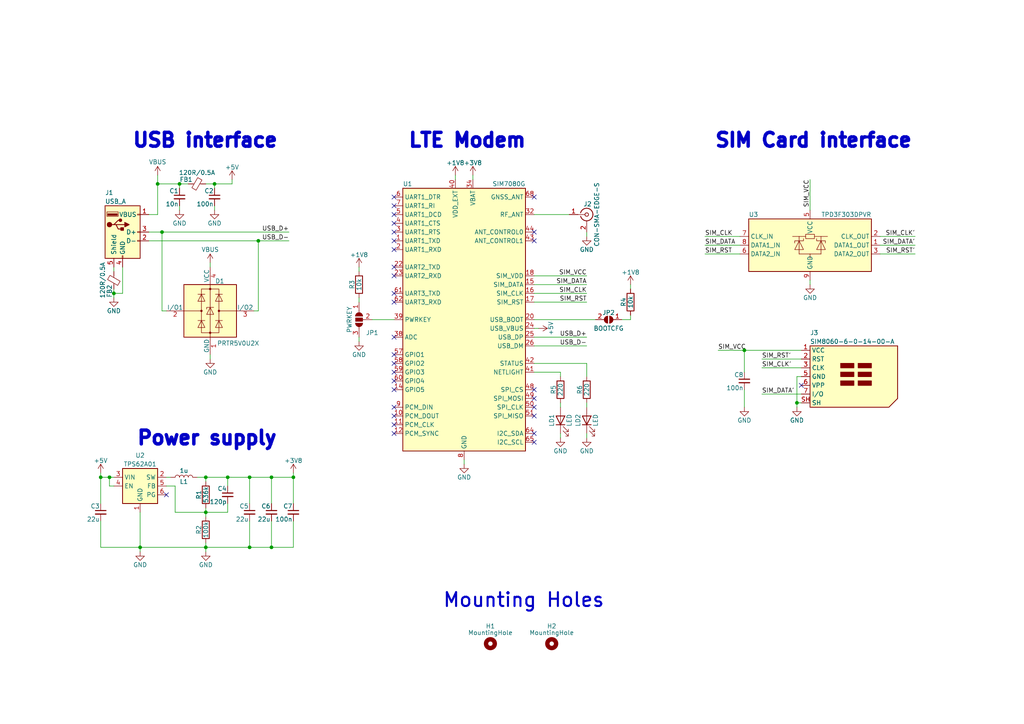
<source format=kicad_sch>
(kicad_sch (version 20211123) (generator eeschema)
  (paper "A4")
  (title_block (title "LTE-M Dongle") (date "2023-06-27") (rev "B") (company "Aurelien Jarno <aurelien@aurel32.net>") (comment 1 "Licence: CC-BY SA 4.0"))
  (lib_symbols
    (symbol "Connector:Conn_Coaxial" (pin_names (offset 1.016) hide)
      (property "Reference" "J" (at 0.254 3.048 0))
      (property "Value" "Conn_Coaxial" (at 2.921 0 90))
      (symbol "Conn_Coaxial_0_1"
        (arc (start -1.778 -0.508) (mid 0.2311 -1.8066) (end 1.778 0) (stroke (width 0.254)))
        (polyline (pts (xy -2.54 0) (xy -0.508 0)))
        (polyline (pts (xy 0 -2.54) (xy 0 -1.778)))
        (circle (center 0 0) (radius 0.508) (stroke (width 0.2032)))
        (arc (start 1.778 0) (mid 0.2099 1.8101) (end -1.778 0.508) (stroke (width 0.254)))
      )
      (symbol "Conn_Coaxial_1_1"
        (pin passive line (at -5.08 0 0) (length 2.54) (name "In") (number "1"))
        (pin passive line (at 0 -5.08 90) (length 2.54) (name "Ext") (number "2"))
      )
    )
    (symbol "Connector:SIM_Card_Shielded"
      (property "Reference" "J" (at -2.54 12.7 0))
      (property "Value" "SIM_Card_Shielded" (at -1.27 10.16 0))
      (symbol "SIM_Card_Shielded_0_1"
        (rectangle (start -1.27 -2.54) (end 2.54 -1.27) (stroke (width 0.254)) (fill (type outline)))
        (rectangle (start -1.27 0) (end 2.54 1.27) (stroke (width 0.254)) (fill (type outline)))
        (rectangle (start -1.27 2.54) (end 2.54 3.81) (stroke (width 0.254)) (fill (type outline)))
        (polyline (pts (xy -10.16 8.89) (xy -10.16 -8.89) (xy 12.7 -8.89) (xy 15.24 -6.35) (xy 15.24 8.89) (xy -10.16 8.89)) (stroke (width 0.254)) (fill (type background)))
        (rectangle (start 3.81 -1.27) (end 7.62 -2.54) (stroke (width 0.254)) (fill (type outline)))
        (rectangle (start 3.81 0) (end 7.62 1.27) (stroke (width 0.254)) (fill (type outline)))
        (rectangle (start 3.81 2.54) (end 7.62 3.81) (stroke (width 0.254)) (fill (type outline)))
      )
      (symbol "SIM_Card_Shielded_1_1"
        (pin power_in line (at -12.7 7.62 0) (length 2.54) (name "VCC") (number "1"))
        (pin input line (at -12.7 5.08 0) (length 2.54) (name "RST") (number "2"))
        (pin input line (at -12.7 2.54 0) (length 2.54) (name "CLK") (number "3"))
        (pin power_in line (at -12.7 0 0) (length 2.54) (name "GND") (number "5"))
        (pin input line (at -12.7 -2.54 0) (length 2.54) (name "VPP") (number "6"))
        (pin bidirectional line (at -12.7 -5.08 0) (length 2.54) (name "I/O") (number "7"))
        (pin passive line (at -12.7 -7.62 0) (length 2.54) (name "SH") (number "SH"))
      )
    )
    (symbol "Connector:USB_A" (pin_names (offset 1.016))
      (property "Reference" "J" (at -5.08 11.43 0))
      (property "Value" "USB_A" (at -5.08 8.89 0))
      (symbol "USB_A_0_1"
        (rectangle (start -5.08 -7.62) (end 5.08 7.62) (stroke (width 0.254)) (fill (type background)))
        (circle (center -3.81 2.159) (radius 0.635) (stroke (width 0.254)) (fill (type outline)))
        (rectangle (start -1.524 4.826) (end -4.318 5.334) (fill (type outline)))
        (rectangle (start -1.27 4.572) (end -4.572 5.842))
        (circle (center -0.635 3.429) (radius 0.381) (stroke (width 0.254)) (fill (type outline)))
        (rectangle (start -0.127 -7.62) (end 0.127 -6.858))
        (polyline (pts (xy -3.175 2.159) (xy -2.54 2.159) (xy -1.27 3.429) (xy -0.635 3.429)) (stroke (width 0.254)))
        (polyline (pts (xy -2.54 2.159) (xy -1.905 2.159) (xy -1.27 0.889) (xy 0 0.889)) (stroke (width 0.254)))
        (polyline (pts (xy 0.635 2.794) (xy 0.635 1.524) (xy 1.905 2.159) (xy 0.635 2.794)) (stroke (width 0.254)) (fill (type outline)))
        (rectangle (start 0.254 1.27) (end -0.508 0.508) (stroke (width 0.254)) (fill (type outline)))
        (rectangle (start 5.08 -2.667) (end 4.318 -2.413))
        (rectangle (start 5.08 -0.127) (end 4.318 0.127))
        (rectangle (start 5.08 4.953) (end 4.318 5.207))
      )
      (symbol "USB_A_1_1"
        (polyline (pts (xy -1.905 2.159) (xy 0.635 2.159)) (stroke (width 0.254)))
        (pin power_in line (at 7.62 5.08 180) (length 2.54) (name "VBUS") (number "1"))
        (pin bidirectional line (at 7.62 -2.54 180) (length 2.54) (name "D-") (number "2"))
        (pin bidirectional line (at 7.62 0 180) (length 2.54) (name "D+") (number "3"))
        (pin power_in line (at 0 -10.16 90) (length 2.54) (name "GND") (number "4"))
        (pin passive line (at -2.54 -10.16 90) (length 2.54) (name "Shield") (number "5"))
      )
    )
    (symbol "Device:C_Small" (pin_numbers hide) (pin_names (offset 0.254) hide)
      (property "Reference" "C" (at 0.254 1.778 0))
      (property "Value" "C_Small" (at 0.254 -2.032 0))
      (symbol "C_Small_0_1"
        (polyline (pts (xy -1.524 -0.508) (xy 1.524 -0.508)) (stroke (width 0.3302)))
        (polyline (pts (xy -1.524 0.508) (xy 1.524 0.508)) (stroke (width 0.3048)))
      )
      (symbol "C_Small_1_1"
        (pin passive line (at 0 2.54 270) (length 2.032) (name "~") (number "1"))
        (pin passive line (at 0 -2.54 90) (length 2.032) (name "~") (number "2"))
      )
    )
    (symbol "Device:FerriteBead_Small" (pin_numbers hide) (pin_names (offset 0))
      (property "Reference" "FB" (at 1.905 1.27 0))
      (property "Value" "FerriteBead_Small" (at 1.905 -1.27 0))
      (symbol "FerriteBead_Small_0_1"
        (polyline (pts (xy 0 -1.27) (xy 0 -0.7874)))
        (polyline (pts (xy 0 0.889) (xy 0 1.2954)))
        (polyline (pts (xy -1.8288 0.2794) (xy -1.1176 1.4986) (xy 1.8288 -0.2032) (xy 1.1176 -1.4224) (xy -1.8288 0.2794)))
      )
      (symbol "FerriteBead_Small_1_1"
        (pin passive line (at 0 2.54 270) (length 1.27) (name "~") (number "1"))
        (pin passive line (at 0 -2.54 90) (length 1.27) (name "~") (number "2"))
      )
    )
    (symbol "Device:L" (pin_numbers hide) (pin_names (offset 1.016) hide)
      (property "Reference" "L" (at -1.27 0 90))
      (property "Value" "L" (at 1.905 0 90))
      (symbol "L_0_1"
        (arc (start 0 -2.54) (mid 0.635 -1.905) (end 0 -1.27))
        (arc (start 0 -1.27) (mid 0.635 -0.635) (end 0 0))
        (arc (start 0 0) (mid 0.635 0.635) (end 0 1.27))
        (arc (start 0 1.27) (mid 0.635 1.905) (end 0 2.54))
      )
      (symbol "L_1_1"
        (pin passive line (at 0 3.81 270) (length 1.27) (name "1") (number "1"))
        (pin passive line (at 0 -3.81 90) (length 1.27) (name "2") (number "2"))
      )
    )
    (symbol "Device:LED" (pin_numbers hide) (pin_names (offset 1.016) hide)
      (property "Reference" "D" (at 0 2.54 0))
      (property "Value" "LED" (at 0 -2.54 0))
      (symbol "LED_0_1"
        (polyline (pts (xy -1.27 -1.27) (xy -1.27 1.27)) (stroke (width 0.254)))
        (polyline (pts (xy -1.27 0) (xy 1.27 0)))
        (polyline (pts (xy 1.27 -1.27) (xy 1.27 1.27) (xy -1.27 0) (xy 1.27 -1.27)) (stroke (width 0.254)))
        (polyline (pts (xy -3.048 -0.762) (xy -4.572 -2.286) (xy -3.81 -2.286) (xy -4.572 -2.286) (xy -4.572 -1.524)))
        (polyline (pts (xy -1.778 -0.762) (xy -3.302 -2.286) (xy -2.54 -2.286) (xy -3.302 -2.286) (xy -3.302 -1.524)))
      )
      (symbol "LED_1_1"
        (pin passive line (at -3.81 0 0) (length 2.54) (name "K") (number "1"))
        (pin passive line (at 3.81 0 180) (length 2.54) (name "A") (number "2"))
      )
    )
    (symbol "Device:R" (pin_numbers hide) (pin_names (offset 0))
      (property "Reference" "R" (at 2.032 0 90))
      (property "Value" "R" (at 0 0 90))
      (symbol "R_0_1"
        (rectangle (start -1.016 -2.54) (end 1.016 2.54) (stroke (width 0.254)))
      )
      (symbol "R_1_1"
        (pin passive line (at 0 3.81 270) (length 1.27) (name "~") (number "1"))
        (pin passive line (at 0 -3.81 90) (length 1.27) (name "~") (number "2"))
      )
    )
    (symbol "Jumper:SolderJumper_2_Open" (pin_names (offset 0) hide)
      (property "Reference" "JP" (at 0 2.032 0))
      (property "Value" "SolderJumper_2_Open" (at 0 -2.54 0))
      (symbol "SolderJumper_2_Open_0_1"
        (arc (start -0.254 1.016) (mid -1.27 0) (end -0.254 -1.016))
        (arc (start -0.254 1.016) (mid -1.27 0) (end -0.254 -1.016) (fill (type outline)))
        (polyline (pts (xy -0.254 1.016) (xy -0.254 -1.016)))
        (polyline (pts (xy 0.254 1.016) (xy 0.254 -1.016)))
        (arc (start 0.254 -1.016) (mid 1.27 0) (end 0.254 1.016))
        (arc (start 0.254 -1.016) (mid 1.27 0) (end 0.254 1.016) (fill (type outline)))
      )
      (symbol "SolderJumper_2_Open_1_1"
        (pin passive line (at -3.81 0 0) (length 2.54) (name "A") (number "1"))
        (pin passive line (at 3.81 0 180) (length 2.54) (name "B") (number "2"))
      )
    )
    (symbol "Jumper:SolderJumper_3_Open" (pin_names (offset 0) hide)
      (property "Reference" "JP" (at -2.54 -2.54 0))
      (property "Value" "SolderJumper_3_Open" (at 0 2.794 0))
      (symbol "SolderJumper_3_Open_0_1"
        (arc (start -1.016 1.016) (mid -2.032 0) (end -1.016 -1.016))
        (arc (start -1.016 1.016) (mid -2.032 0) (end -1.016 -1.016) (fill (type outline)))
        (rectangle (start -0.508 1.016) (end 0.508 -1.016) (fill (type outline)))
        (polyline (pts (xy -2.54 0) (xy -2.032 0)))
        (polyline (pts (xy -1.016 1.016) (xy -1.016 -1.016)))
        (polyline (pts (xy 0 -1.27) (xy 0 -1.016)))
        (polyline (pts (xy 1.016 1.016) (xy 1.016 -1.016)))
        (polyline (pts (xy 2.54 0) (xy 2.032 0)))
        (arc (start 1.016 -1.016) (mid 2.032 0) (end 1.016 1.016))
        (arc (start 1.016 -1.016) (mid 2.032 0) (end 1.016 1.016) (fill (type outline)))
      )
      (symbol "SolderJumper_3_Open_1_1"
        (pin passive line (at -5.08 0 0) (length 2.54) (name "A") (number "1"))
        (pin passive line (at 0 -3.81 90) (length 2.54) (name "C") (number "2"))
        (pin passive line (at 5.08 0 180) (length 2.54) (name "B") (number "3"))
      )
    )
    (symbol "Mechanical:MountingHole" (pin_names (offset 1.016))
      (property "Reference" "H" (at 0 5.08 0))
      (property "Value" "MountingHole" (at 0 3.175 0))
      (symbol "MountingHole_0_1"
        (circle (center 0 0) (radius 1.27) (stroke (width 1.27)))
      )
    )
    (symbol "Power_Protection:PRTR5V0U2X" (pin_names (offset 0))
      (property "Reference" "D" (at 2.794 8.636 0))
      (property "Value" "PRTR5V0U2X" (at 8.128 -9.398 0))
      (symbol "PRTR5V0U2X_0_1"
        (rectangle (start -7.62 -7.62) (end 7.62 7.62) (stroke (width 0.254)) (fill (type background)))
        (circle (center -2.54 0) (radius 0.254) (fill (type outline)))
        (rectangle (start -2.54 6.35) (end 2.54 -6.35))
        (circle (center 0 -6.35) (radius 0.254) (fill (type outline)))
        (polyline (pts (xy -2.54 0) (xy -7.62 0)))
        (polyline (pts (xy -1.524 -2.794) (xy -3.556 -2.794)))
        (polyline (pts (xy -1.524 4.826) (xy -3.556 4.826)))
        (polyline (pts (xy 0 -7.62) (xy 0 7.62)))
        (polyline (pts (xy 1.524 -2.794) (xy 3.556 -2.794)))
        (polyline (pts (xy 1.524 4.826) (xy 3.556 4.826)))
        (polyline (pts (xy 2.54 0) (xy 7.62 0)))
        (polyline (pts (xy 1.016 1.016) (xy -1.016 1.016) (xy -1.016 0.508)))
        (polyline (pts (xy -3.556 -4.826) (xy -1.524 -4.826) (xy -2.54 -2.794) (xy -3.556 -4.826)))
        (polyline (pts (xy -3.556 2.794) (xy -1.524 2.794) (xy -2.54 4.826) (xy -3.556 2.794)))
        (polyline (pts (xy -1.016 -1.016) (xy 1.016 -1.016) (xy 0 1.016) (xy -1.016 -1.016)))
        (polyline (pts (xy 3.556 -4.826) (xy 1.524 -4.826) (xy 2.54 -2.794) (xy 3.556 -4.826)))
        (polyline (pts (xy 3.556 2.794) (xy 1.524 2.794) (xy 2.54 4.826) (xy 3.556 2.794)))
        (circle (center 0 6.35) (radius 0.254) (fill (type outline)))
        (circle (center 2.54 0) (radius 0.254) (fill (type outline)))
      )
      (symbol "PRTR5V0U2X_1_1"
        (pin passive line (at 0 -12.7 90) (length 5.08) (name "GND") (number "1"))
        (pin passive line (at -12.7 0 0) (length 5.08) (name "I/O1") (number "2"))
        (pin passive line (at 12.7 0 180) (length 5.08) (name "I/O2") (number "3"))
        (pin passive line (at 0 12.7 270) (length 5.08) (name "VCC") (number "4"))
      )
    )
    (symbol "SIM7080G:SIM7080G"
      (property "Reference" "U" (at -15.24 39.37 0))
      (property "Value" "SIM7080G" (at 15.24 39.37 0))
      (symbol "SIM7080G_0_0"
        (pin output line (at -20.32 -27.94 0) (length 2.54) (name "PCM_DOUT") (number "10"))
        (pin output line (at -20.32 -30.48 0) (length 2.54) (name "PCM_CLK") (number "11"))
        (pin output line (at -20.32 -33.02 0) (length 2.54) (name "PCM_SYNC") (number "12"))
        (pin bidirectional line (at -20.32 -20.32 0) (length 2.54) (name "GPIO5") (number "14"))
        (pin input line (at 20.32 0 180) (length 2.54) (name "USB_BOOT") (number "20"))
        (pin no_connect line (at -12.7 -40.64 90) (length 2.54) hide (name "NC") (number "29"))
        (pin bidirectional line (at 20.32 22.86 180) (length 2.54) (name "ANT_CONTROL1") (number "43"))
        (pin output line (at 20.32 25.4 180) (length 2.54) (name "ANT_CONTROL0") (number "44"))
        (pin passive line (at 0 -40.64 90) (length 2.54) hide (name "GND") (number "45"))
        (pin no_connect line (at -10.16 -40.64 90) (length 2.54) hide (name "NC") (number "46"))
        (pin no_connect line (at -7.62 -40.64 90) (length 2.54) hide (name "NC") (number "47"))
        (pin output line (at 20.32 -20.32 180) (length 2.54) (name "SPI_CS") (number "48"))
        (pin output line (at 20.32 -22.86 180) (length 2.54) (name "SPI_MOSI") (number "49"))
        (pin output line (at 20.32 -25.4 180) (length 2.54) (name "SPI_CLK") (number "50"))
        (pin input line (at 20.32 -27.94 180) (length 2.54) (name "SPI_MISO") (number "51"))
        (pin no_connect line (at -5.08 -40.64 90) (length 2.54) hide (name "NC") (number "52"))
        (pin no_connect line (at 5.08 -40.64 90) (length 2.54) hide (name "NC") (number "53"))
        (pin no_connect line (at 7.62 -40.64 90) (length 2.54) hide (name "NC") (number "54"))
        (pin no_connect line (at 10.16 -40.64 90) (length 2.54) hide (name "NC") (number "55"))
        (pin no_connect line (at 12.7 -40.64 90) (length 2.54) hide (name "NC") (number "56"))
        (pin bidirectional line (at -20.32 -12.7 0) (length 2.54) (name "GPIO2") (number "58"))
        (pin bidirectional line (at -20.32 -17.78 0) (length 2.54) (name "GPIO4") (number "60"))
        (pin output line (at -20.32 7.62 0) (length 2.54) (name "UART3_TXD") (number "61"))
        (pin input line (at -20.32 5.08 0) (length 2.54) (name "UART3_RXD") (number "62"))
        (pin passive line (at 0 -40.64 90) (length 2.54) hide (name "GND") (number "63"))
        (pin bidirectional line (at 20.32 -33.02 180) (length 2.54) (name "I2C_SDA") (number "64"))
        (pin output line (at 20.32 -35.56 180) (length 2.54) (name "I2C_SCL") (number "65"))
        (pin passive line (at 0 -40.64 90) (length 2.54) hide (name "GND") (number "66"))
        (pin passive line (at 0 -40.64 90) (length 2.54) hide (name "GND") (number "67"))
        (pin passive line (at 20.32 35.56 180) (length 2.54) (name "GNSS_ANT") (number "68"))
        (pin passive line (at 0 -40.64 90) (length 2.54) hide (name "GND") (number "69"))
        (pin passive line (at 0 -40.64 90) (length 2.54) hide (name "GND") (number "70"))
        (pin passive line (at 0 -40.64 90) (length 2.54) hide (name "GND") (number "71"))
        (pin passive line (at 0 -40.64 90) (length 2.54) hide (name "GND") (number "72"))
        (pin passive line (at 0 -40.64 90) (length 2.54) hide (name "GND") (number "73"))
        (pin passive line (at 0 -40.64 90) (length 2.54) hide (name "GND") (number "74"))
        (pin passive line (at 0 -40.64 90) (length 2.54) hide (name "GND") (number "75"))
        (pin passive line (at 0 -40.64 90) (length 2.54) hide (name "GND") (number "76"))
        (pin passive line (at 0 -40.64 90) (length 2.54) hide (name "GND") (number "77"))
        (pin input line (at -20.32 -25.4 0) (length 2.54) (name "PCM_DIN") (number "9"))
      )
      (symbol "SIM7080G_0_1"
        (rectangle (start -17.78 38.1) (end 17.78 -38.1) (stroke (width 0.254)) (fill (type background)))
      )
      (symbol "SIM7080G_1_1"
        (pin output line (at -20.32 22.86 0) (length 2.54) (name "UART1_TXD") (number "1"))
        (pin passive line (at 0 -40.64 90) (length 2.54) hide (name "GND") (number "13"))
        (pin bidirectional line (at 20.32 10.16 180) (length 2.54) (name "SIM_DATA") (number "15"))
        (pin output line (at 20.32 7.62 180) (length 2.54) (name "SIM_CLK") (number "16"))
        (pin output line (at 20.32 5.08 180) (length 2.54) (name "SIM_RST") (number "17"))
        (pin power_out line (at 20.32 12.7 180) (length 2.54) (name "SIM_VDD") (number "18"))
        (pin passive line (at 0 -40.64 90) (length 2.54) hide (name "GND") (number "19"))
        (pin input line (at -20.32 20.32 0) (length 2.54) (name "UART1_RXD") (number "2"))
        (pin passive line (at 0 -40.64 90) (length 2.54) hide (name "GND") (number "21"))
        (pin output line (at -20.32 15.24 0) (length 2.54) (name "UART2_TXD") (number "22"))
        (pin input line (at -20.32 12.7 0) (length 2.54) (name "UART2_RXD") (number "23"))
        (pin input line (at 20.32 -2.54 180) (length 2.54) (name "USB_VBUS") (number "24"))
        (pin bidirectional line (at 20.32 -5.08 180) (length 2.54) (name "USB_DP") (number "25"))
        (pin bidirectional line (at 20.32 -7.62 180) (length 2.54) (name "USB_DM") (number "26"))
        (pin passive line (at 0 -40.64 90) (length 2.54) hide (name "GND") (number "27"))
        (pin no_connect line (at -15.24 -40.64 90) (length 2.54) hide (name "NC") (number "28"))
        (pin input line (at -20.32 25.4 0) (length 2.54) (name "UART1_RTS") (number "3"))
        (pin passive line (at 0 -40.64 90) (length 2.54) hide (name "GND") (number "30"))
        (pin passive line (at 0 -40.64 90) (length 2.54) hide (name "GND") (number "31"))
        (pin passive line (at 20.32 30.48 180) (length 2.54) (name "RF_ANT") (number "32"))
        (pin passive line (at 0 -40.64 90) (length 2.54) hide (name "GND") (number "33"))
        (pin power_in line (at 2.54 40.64 270) (length 2.54) (name "VBAT") (number "34"))
        (pin passive line (at 2.54 40.64 270) (length 2.54) hide (name "VBAT") (number "35"))
        (pin passive line (at 0 -40.64 90) (length 2.54) hide (name "GND") (number "36"))
        (pin passive line (at 0 -40.64 90) (length 2.54) hide (name "GND") (number "37"))
        (pin input line (at -20.32 -5.08 0) (length 2.54) (name "ADC") (number "38"))
        (pin input line (at -20.32 0 0) (length 2.54) (name "PWRKEY") (number "39"))
        (pin output line (at -20.32 27.94 0) (length 2.54) (name "UART1_CTS") (number "4"))
        (pin power_out line (at -2.54 40.64 270) (length 2.54) (name "VDD_EXT") (number "40"))
        (pin output line (at 20.32 -15.24 180) (length 2.54) (name "NETLIGHT") (number "41"))
        (pin output line (at 20.32 -12.7 180) (length 2.54) (name "STATUS") (number "42"))
        (pin output line (at -20.32 30.48 0) (length 2.54) (name "UART1_DCD") (number "5"))
        (pin bidirectional line (at -20.32 -10.16 0) (length 2.54) (name "GPIO1") (number "57"))
        (pin bidirectional line (at -20.32 -15.24 0) (length 2.54) (name "GPIO3") (number "59"))
        (pin input line (at -20.32 35.56 0) (length 2.54) (name "UART1_DTR") (number "6"))
        (pin output line (at -20.32 33.02 0) (length 2.54) (name "UART1_RI") (number "7"))
        (pin power_in line (at 0 -40.64 90) (length 2.54) (name "GND") (number "8"))
      )
    )
    (symbol "TPD3F303DPVR:TPD3F303DPVR"
      (property "Reference" "U?" (at 16.51 8.89 0))
      (property "Value" "TPD3F303DPVR" (at 12.7 -8.89 0))
      (symbol "TPD3F303DPVR_0_1"
        (rectangle (start -17.78 7.62) (end 17.78 -7.62) (stroke (width 0.254)) (fill (type background)))
        (polyline (pts (xy -3.175 -2.54) (xy 3.175 -2.54)))
        (polyline (pts (xy -3.175 1.27) (xy -3.175 2.54)))
        (polyline (pts (xy -1.27 2.54) (xy -5.08 2.54)))
        (polyline (pts (xy 0 -2.54) (xy 0 -3.81)))
        (polyline (pts (xy 1.27 2.54) (xy 5.08 2.54)))
        (polyline (pts (xy 3.175 1.27) (xy 3.175 2.54)))
        (polyline (pts (xy -3.175 -1.27) (xy -3.175 1.27) (xy -3.175 -2.54)))
        (polyline (pts (xy 3.175 -1.27) (xy 3.175 1.27) (xy 3.175 -2.54)))
        (polyline (pts (xy -3.175 1.27) (xy -1.905 -1.27) (xy -4.445 -1.27) (xy -3.175 1.27)))
        (polyline (pts (xy -1.905 1.905) (xy -1.905 1.27) (xy -4.445 1.27) (xy -4.445 0.635)))
        (polyline (pts (xy 1.905 1.905) (xy 1.905 1.27) (xy 4.445 1.27) (xy 4.445 0.635)))
        (polyline (pts (xy 3.175 1.27) (xy 1.905 -1.27) (xy 4.445 -1.27) (xy 3.175 1.27)))
        (polyline (pts (xy -1.27 2.54) (xy -1.27 1.905) (xy 1.27 1.905) (xy 1.27 3.175) (xy -1.27 3.175) (xy -1.27 2.54)))
      )
      (symbol "TPD3F303DPVR_1_1"
        (pin passive line (at 20.32 0 180) (length 2.54) (name "DATA1_OUT") (number "1"))
        (pin passive line (at 20.32 2.54 180) (length 2.54) (name "CLK_OUT") (number "2"))
        (pin passive line (at 20.32 -2.54 180) (length 2.54) (name "DATA2_OUT") (number "3"))
        (pin no_connect line (at 2.54 -10.16 90) (length 2.54) hide (name "NC") (number "4"))
        (pin power_in line (at 0 10.16 270) (length 2.54) (name "VCC") (number "5"))
        (pin passive line (at -20.32 -2.54 0) (length 2.54) (name "DATA2_IN") (number "6"))
        (pin passive line (at -20.32 2.54 0) (length 2.54) (name "CLK_IN") (number "7"))
        (pin passive line (at -20.32 0 0) (length 2.54) (name "DATA1_IN") (number "8"))
        (pin power_in line (at 0 -10.16 90) (length 2.54) (name "GND") (number "9"))
      )
    )
    (symbol "TPS62A01:TPS62A01"
      (property "Reference" "U" (at -5.08 6.35 0))
      (property "Value" "TPS62A01" (at 0 6.35 0))
      (symbol "TPS62A01_0_1"
        (rectangle (start -5.08 5.08) (end 5.08 -5.08) (stroke (width 0.254)) (fill (type background)))
      )
      (symbol "TPS62A01_1_1"
        (pin power_in line (at 0 -7.62 90) (length 2.54) (name "GND") (number "1"))
        (pin power_out line (at 7.62 2.54 180) (length 2.54) (name "SW") (number "2"))
        (pin power_in line (at -7.62 2.54 0) (length 2.54) (name "VIN") (number "3"))
        (pin input line (at -7.62 0 0) (length 2.54) (name "EN") (number "4"))
        (pin input line (at 7.62 0 180) (length 2.54) (name "FB") (number "5"))
        (pin open_collector line (at 7.62 -2.54 180) (length 2.54) (name "PG") (number "6"))
      )
    )
    (symbol "power:+1V8" (power) (pin_names (offset 0))
      (property "Value" "+1V8" (at 0 3.556 0))
      (symbol "+1V8_0_1"
        (polyline (pts (xy -0.762 1.27) (xy 0 2.54)))
        (polyline (pts (xy 0 0) (xy 0 2.54)))
        (polyline (pts (xy 0 2.54) (xy 0.762 1.27)))
      )
      (symbol "+1V8_1_1"
        (pin power_in line (at 0 0 90) (length 0) hide (name "+1V8") (number "1"))
      )
    )
    (symbol "power:+3V8" (power) (pin_names (offset 0))
      (property "Value" "+3V8" (at 0 3.556 0))
      (symbol "+3V8_0_1"
        (polyline (pts (xy -0.762 1.27) (xy 0 2.54)))
        (polyline (pts (xy 0 0) (xy 0 2.54)))
        (polyline (pts (xy 0 2.54) (xy 0.762 1.27)))
      )
      (symbol "+3V8_1_1"
        (pin power_in line (at 0 0 90) (length 0) hide (name "+3V8") (number "1"))
      )
    )
    (symbol "power:+5V" (power) (pin_names (offset 0))
      (property "Value" "+5V" (at 0 3.556 0))
      (symbol "+5V_0_1"
        (polyline (pts (xy -0.762 1.27) (xy 0 2.54)))
        (polyline (pts (xy 0 0) (xy 0 2.54)))
        (polyline (pts (xy 0 2.54) (xy 0.762 1.27)))
      )
      (symbol "+5V_1_1"
        (pin power_in line (at 0 0 90) (length 0) hide (name "+5V") (number "1"))
      )
    )
    (symbol "power:GND" (power) (pin_names (offset 0))
      (property "Value" "GND" (at 0 -3.81 0))
      (symbol "GND_0_1"
        (polyline (pts (xy 0 0) (xy 0 -1.27) (xy 1.27 -1.27) (xy 0 -2.54) (xy -1.27 -1.27) (xy 0 -1.27)))
      )
      (symbol "GND_1_1"
        (pin power_in line (at 0 0 270) (length 0) hide (name "GND") (number "1"))
      )
    )
    (symbol "power:VBUS" (power) (pin_names (offset 0))
      (property "Value" "VBUS" (at 0 3.81 0))
      (symbol "VBUS_0_1"
        (polyline (pts (xy -0.762 1.27) (xy 0 2.54)))
        (polyline (pts (xy 0 0) (xy 0 2.54)))
        (polyline (pts (xy 0 2.54) (xy 0.762 1.27)))
      )
      (symbol "VBUS_1_1"
        (pin power_in line (at 0 0 90) (length 0) hide (name "VBUS") (number "1"))
      )
    )
  )
  (junction (at 231.14 116.84))
  (junction (at 40.64 158.75))
  (junction (at 72.39 158.75))
  (junction (at 72.39 138.43))
  (junction (at 29.21 138.43))
  (junction (at 78.74 138.43))
  (junction (at 66.04 138.43))
  (junction (at 46.99 67.31))
  (junction (at 85.09 138.43))
  (junction (at 59.69 148.59))
  (junction (at 33.02 85.09))
  (junction (at 59.69 158.75))
  (junction (at 59.69 138.43))
  (junction (at 31.75 138.43))
  (junction (at 78.74 158.75))
  (junction (at 52.07 53.34))
  (junction (at 215.9 101.6))
  (junction (at 45.72 53.34))
  (junction (at 74.93 69.85))
  (junction (at 62.23 53.34))
  (no_connect (at 154.94 57.15))
  (no_connect (at 114.3 62.23))
  (no_connect (at 114.3 107.95))
  (no_connect (at 154.94 118.11))
  (no_connect (at 114.3 87.63))
  (no_connect (at 232.41 111.76))
  (no_connect (at 154.94 125.73))
  (no_connect (at 114.3 113.03))
  (no_connect (at 114.3 69.85))
  (no_connect (at 154.94 128.27))
  (no_connect (at 114.3 80.01))
  (no_connect (at 114.3 77.47))
  (no_connect (at 154.94 69.85))
  (no_connect (at 114.3 125.73))
  (no_connect (at 114.3 85.09))
  (no_connect (at 114.3 102.87))
  (no_connect (at 114.3 105.41))
  (no_connect (at 114.3 72.39))
  (no_connect (at 114.3 120.65))
  (no_connect (at 154.94 113.03))
  (no_connect (at 114.3 64.77))
  (no_connect (at 114.3 110.49))
  (no_connect (at 114.3 67.31))
  (no_connect (at 48.26 143.51))
  (no_connect (at 114.3 97.79))
  (no_connect (at 114.3 118.11))
  (no_connect (at 114.3 57.15))
  (no_connect (at 154.94 115.57))
  (no_connect (at 114.3 59.69))
  (no_connect (at 114.3 123.19))
  (no_connect (at 154.94 120.65))
  (no_connect (at 154.94 67.31))
  (wire (pts (xy 231.14 109.22) (xy 231.14 116.84)))
  (wire (pts (xy 33.02 140.97) (xy 31.75 140.97)))
  (wire (pts (xy 162.56 116.84) (xy 162.56 118.11)))
  (wire (pts (xy 46.99 67.31) (xy 46.99 90.17)))
  (wire (pts (xy 57.15 138.43) (xy 59.69 138.43)))
  (wire (pts (xy 78.74 158.75) (xy 85.09 158.75)))
  (wire (pts (xy 33.02 77.47) (xy 33.02 78.74)))
  (wire (pts (xy 154.94 62.23) (xy 165.1 62.23)))
  (wire (pts (xy 52.07 59.69) (xy 52.07 60.96)))
  (wire (pts (xy 215.9 113.03) (xy 215.9 118.11)))
  (wire (pts (xy 73.66 90.17) (xy 74.93 90.17)))
  (wire (pts (xy 66.04 140.97) (xy 66.04 138.43)))
  (wire (pts (xy 154.94 107.95) (xy 162.56 107.95)))
  (wire (pts (xy 78.74 138.43) (xy 85.09 138.43)))
  (wire (pts (xy 132.08 50.8) (xy 132.08 52.07)))
  (wire (pts (xy 255.27 73.66) (xy 265.43 73.66)))
  (wire (pts (xy 40.64 158.75) (xy 40.64 160.02)))
  (wire (pts (xy 204.47 73.66) (xy 214.63 73.66)))
  (wire (pts (xy 29.21 138.43) (xy 29.21 146.05)))
  (wire (pts (xy 66.04 148.59) (xy 59.69 148.59)))
  (wire (pts (xy 170.18 67.31) (xy 170.18 68.58)))
  (wire (pts (xy 215.9 101.6) (xy 215.9 107.95)))
  (wire (pts (xy 231.14 116.84) (xy 231.14 118.11)))
  (wire (pts (xy 59.69 148.59) (xy 59.69 149.86)))
  (wire (pts (xy 72.39 138.43) (xy 72.39 146.05)))
  (wire (pts (xy 29.21 151.13) (xy 29.21 158.75)))
  (wire (pts (xy 59.69 158.75) (xy 72.39 158.75)))
  (wire (pts (xy 33.02 83.82) (xy 33.02 85.09)))
  (wire (pts (xy 182.88 82.55) (xy 182.88 83.82)))
  (wire (pts (xy 35.56 77.47) (xy 35.56 85.09)))
  (wire (pts (xy 154.94 85.09) (xy 170.18 85.09)))
  (wire (pts (xy 104.14 87.63) (xy 104.14 86.36)))
  (wire (pts (xy 66.04 146.05) (xy 66.04 148.59)))
  (wire (pts (xy 170.18 125.73) (xy 170.18 127)))
  (wire (pts (xy 59.69 148.59) (xy 59.69 147.32)))
  (wire (pts (xy 50.8 148.59) (xy 59.69 148.59)))
  (wire (pts (xy 234.95 52.07) (xy 234.95 60.96)))
  (wire (pts (xy 45.72 53.34) (xy 45.72 62.23)))
  (wire (pts (xy 31.75 140.97) (xy 31.75 138.43)))
  (wire (pts (xy 215.9 101.6) (xy 232.41 101.6)))
  (wire (pts (xy 45.72 62.23) (xy 43.18 62.23)))
  (wire (pts (xy 59.69 139.7) (xy 59.69 138.43)))
  (wire (pts (xy 204.47 71.12) (xy 214.63 71.12)))
  (wire (pts (xy 170.18 116.84) (xy 170.18 118.11)))
  (wire (pts (xy 78.74 151.13) (xy 78.74 158.75)))
  (wire (pts (xy 232.41 109.22) (xy 231.14 109.22)))
  (wire (pts (xy 255.27 68.58) (xy 265.43 68.58)))
  (wire (pts (xy 52.07 53.34) (xy 45.72 53.34)))
  (wire (pts (xy 154.94 82.55) (xy 170.18 82.55)))
  (wire (pts (xy 234.95 81.28) (xy 234.95 82.55)))
  (wire (pts (xy 231.14 116.84) (xy 232.41 116.84)))
  (wire (pts (xy 182.88 91.44) (xy 182.88 92.71)))
  (wire (pts (xy 104.14 97.79) (xy 104.14 99.06)))
  (wire (pts (xy 154.94 92.71) (xy 172.72 92.71)))
  (wire (pts (xy 204.47 68.58) (xy 214.63 68.58)))
  (wire (pts (xy 62.23 53.34) (xy 62.23 54.61)))
  (wire (pts (xy 29.21 137.16) (xy 29.21 138.43)))
  (wire (pts (xy 85.09 151.13) (xy 85.09 158.75)))
  (wire (pts (xy 255.27 71.12) (xy 265.43 71.12)))
  (wire (pts (xy 162.56 107.95) (xy 162.56 109.22)))
  (wire (pts (xy 50.8 140.97) (xy 50.8 148.59)))
  (wire (pts (xy 154.94 105.41) (xy 170.18 105.41)))
  (wire (pts (xy 52.07 53.34) (xy 52.07 54.61)))
  (wire (pts (xy 220.98 114.3) (xy 232.41 114.3)))
  (wire (pts (xy 62.23 59.69) (xy 62.23 60.96)))
  (wire (pts (xy 29.21 158.75) (xy 40.64 158.75)))
  (wire (pts (xy 78.74 138.43) (xy 78.74 146.05)))
  (wire (pts (xy 33.02 85.09) (xy 35.56 85.09)))
  (wire (pts (xy 62.23 53.34) (xy 67.31 53.34)))
  (wire (pts (xy 154.94 97.79) (xy 170.18 97.79)))
  (wire (pts (xy 74.93 69.85) (xy 83.82 69.85)))
  (wire (pts (xy 85.09 137.16) (xy 85.09 138.43)))
  (wire (pts (xy 154.94 100.33) (xy 170.18 100.33)))
  (wire (pts (xy 40.64 158.75) (xy 59.69 158.75)))
  (wire (pts (xy 180.34 92.71) (xy 182.88 92.71)))
  (wire (pts (xy 43.18 67.31) (xy 46.99 67.31)))
  (wire (pts (xy 85.09 138.43) (xy 85.09 146.05)))
  (wire (pts (xy 31.75 138.43) (xy 33.02 138.43)))
  (wire (pts (xy 33.02 85.09) (xy 33.02 86.36)))
  (wire (pts (xy 154.94 95.25) (xy 156.21 95.25)))
  (wire (pts (xy 170.18 105.41) (xy 170.18 109.22)))
  (wire (pts (xy 162.56 125.73) (xy 162.56 127)))
  (wire (pts (xy 59.69 53.34) (xy 62.23 53.34)))
  (wire (pts (xy 104.14 77.47) (xy 104.14 78.74)))
  (wire (pts (xy 66.04 138.43) (xy 72.39 138.43)))
  (wire (pts (xy 59.69 160.02) (xy 59.69 158.75)))
  (wire (pts (xy 107.95 92.71) (xy 114.3 92.71)))
  (wire (pts (xy 54.61 53.34) (xy 52.07 53.34)))
  (wire (pts (xy 72.39 158.75) (xy 78.74 158.75)))
  (wire (pts (xy 134.62 133.35) (xy 134.62 134.62)))
  (wire (pts (xy 59.69 138.43) (xy 66.04 138.43)))
  (wire (pts (xy 43.18 69.85) (xy 74.93 69.85)))
  (wire (pts (xy 48.26 90.17) (xy 46.99 90.17)))
  (wire (pts (xy 154.94 87.63) (xy 170.18 87.63)))
  (wire (pts (xy 74.93 90.17) (xy 74.93 69.85)))
  (wire (pts (xy 220.98 104.14) (xy 232.41 104.14)))
  (wire (pts (xy 48.26 140.97) (xy 50.8 140.97)))
  (wire (pts (xy 29.21 138.43) (xy 31.75 138.43)))
  (wire (pts (xy 59.69 158.75) (xy 59.69 157.48)))
  (wire (pts (xy 60.96 76.2) (xy 60.96 77.47)))
  (wire (pts (xy 46.99 67.31) (xy 83.82 67.31)))
  (wire (pts (xy 67.31 52.07) (xy 67.31 53.34)))
  (wire (pts (xy 137.16 50.8) (xy 137.16 52.07)))
  (wire (pts (xy 60.96 104.14) (xy 60.96 102.87)))
  (wire (pts (xy 154.94 80.01) (xy 170.18 80.01)))
  (wire (pts (xy 45.72 50.8) (xy 45.72 53.34)))
  (wire (pts (xy 208.28 101.6) (xy 215.9 101.6)))
  (wire (pts (xy 72.39 138.43) (xy 78.74 138.43)))
  (wire (pts (xy 48.26 138.43) (xy 49.53 138.43)))
  (wire (pts (xy 40.64 148.59) (xy 40.64 158.75)))
  (wire (pts (xy 220.98 106.68) (xy 232.41 106.68)))
  (wire (pts (xy 72.39 158.75) (xy 72.39 151.13)))
  (text "SIM Card interface" (at 207.01 43.18 0) (effects (font (size 4 4) (thickness 1) bold) (justify left bottom)))
  (text "Power supply" (at 39.37 129.54 0) (effects (font (size 4 4) (thickness 1) bold) (justify left bottom)))
  (text "LTE Modem" (at 118.11 43.18 0) (effects (font (size 4 4) (thickness 1) bold) (justify left bottom)))
  (text "USB interface" (at 38.1 43.18 0) (effects (font (size 4 4) (thickness 1) bold) (justify left bottom)))
  (text "Mounting Holes" (at 128.27 176.53 0) (effects (font (size 4 4) (thickness 0.5994) bold) (justify left bottom)))
  (label "USB_D-" (at 83.82 69.85 180))
  (label "SIM_VCC" (at 208.28 101.6 0))
  (label "SIM_DATA" (at 204.47 71.12 0))
  (label "SIM_DATA" (at 170.18 82.55 180))
  (label "USB_D+" (at 170.18 97.79 180))
  (label "SIM_DATA'" (at 220.98 114.3 0))
  (label "SIM_RST'" (at 220.98 104.14 0))
  (label "SIM_CLK'" (at 220.98 106.68 0))
  (label "USB_D+" (at 83.82 67.31 180))
  (label "SIM_RST'" (at 265.43 73.66 180))
  (label "SIM_RST" (at 170.18 87.63 180))
  (label "SIM_RST" (at 204.47 73.66 0))
  (label "SIM_CLK" (at 204.47 68.58 0))
  (label "SIM_CLK" (at 170.18 85.09 180))
  (label "USB_D-" (at 170.18 100.33 180))
  (label "SIM_DATA'" (at 265.43 71.12 180))
  (label "SIM_VCC" (at 234.95 52.07 270))
  (label "SIM_VCC" (at 170.18 80.01 180))
  (label "SIM_CLK'" (at 265.43 68.58 180))
  (symbol (lib_id "power:GND") (at 170.18 127 0) (unit 1)
    (property "Reference" "#PWR0115" (effects hide))
    (property "Value" "GND" (at 170.18 130.81 0))
  )
  (symbol (lib_id "Device:C_Small") (at 66.04 143.51 0) (mirror y) (unit 1)
    (property "Reference" "C4" (at 65.786 141.732 0) (effects (justify left)))
    (property "Value" "120p" (at 65.786 145.542 0) (effects (justify left)))
    (property "Footprint" "Capacitor_SMD:C_0603_1608Metric" (effects hide))
  )
  (symbol (lib_id "Device:LED") (at 170.18 121.92 90) (unit 1)
    (property "Reference" "LD2" (at 167.64 121.92 0))
    (property "Value" "LED" (at 172.72 121.92 0))
    (property "Footprint" "LED_SMD:LED_0603_1608Metric" (effects hide))
  )
  (symbol (lib_id "Connector:Conn_Coaxial") (at 170.18 62.23 0) (unit 1)
    (property "Reference" "J2" (at 170.434 59.182 0))
    (property "Value" "CON-SMA-EDGE-S" (at 173.101 62.23 90))
    (property "Footprint" "kicad:SMA_RF-Solutions_CON-SMA-EDGE-S_EdgeMount" (effects hide))
    (property "Datasheet" " ~" (effects hide))
  )
  (symbol (lib_id "power:+5V") (at 156.21 95.25 270) (unit 1)
    (property "Reference" "#PWR0107" (effects hide))
    (property "Value" "+5V" (at 159.766 95.25 0))
  )
  (symbol (lib_id "Device:C_Small") (at 78.74 148.59 0) (mirror y) (unit 1)
    (property "Reference" "C6" (at 78.486 146.812 0) (effects (justify left)))
    (property "Value" "22u" (at 78.486 150.622 0) (effects (justify left)))
    (property "Footprint" "Capacitor_SMD:C_0805_2012Metric" (effects hide))
  )
  (symbol (lib_id "Connector:SIM_Card_Shielded") (at 245.11 109.22 0) (unit 1)
    (property "Reference" "J3" (at 234.95 96.52 0) (effects (justify left)))
    (property "Value" "SIM8060-6-0-14-00-A" (at 234.95 99.06 0) (effects (justify left)))
    (property "Footprint" "kicad:nanoSIM_GCT_SIM8060-6-0-14-00-A" (effects hide))
    (property "Datasheet" " ~" (effects hide))
  )
  (symbol (lib_id "Device:R") (at 162.56 113.03 180) (unit 1)
    (property "Reference" "R5" (at 160.528 113.03 90))
    (property "Value" "220" (at 162.56 113.03 90))
    (property "Footprint" "Resistor_SMD:R_0603_1608Metric" (effects hide))
  )
  (symbol (lib_id "Mechanical:MountingHole") (at 160.02 186.69 0) (unit 1) (in_bom no)
    (property "Reference" "H2" (at 160.02 181.61 0))
    (property "Value" "MountingHole" (at 160.02 183.515 0))
    (property "Footprint" "MountingHole:MountingHole_2mm" (effects hide))
  )
  (symbol (lib_id "power:GND") (at 33.02 86.36 0) (unit 1)
    (property "Reference" "#PWR0102" (effects hide))
    (property "Value" "GND" (at 33.02 90.17 0))
  )
  (symbol (lib_id "power:+1V8") (at 182.88 82.55 0) (unit 1)
    (property "Reference" "#PWR0112" (effects hide))
    (property "Value" "+1V8" (at 182.88 78.994 0))
  )
  (symbol (lib_id "power:+1V8") (at 132.08 50.8 0) (unit 1)
    (property "Reference" "#PWR0110" (effects hide))
    (property "Value" "+1V8" (at 132.08 47.244 0))
  )
  (symbol (lib_id "power:GND") (at 40.64 160.02 0) (unit 1)
    (property "Reference" "#PWR0132" (effects hide))
    (property "Value" "GND" (at 40.64 163.83 0))
  )
  (symbol (lib_id "Device:R") (at 104.14 82.55 180) (unit 1)
    (property "Reference" "R3" (at 102.108 82.55 90))
    (property "Value" "10k" (at 104.14 82.55 90))
    (property "Footprint" "Resistor_SMD:R_0603_1608Metric" (effects hide))
  )
  (symbol (lib_id "Device:R") (at 59.69 153.67 180) (unit 1)
    (property "Reference" "R2" (at 57.658 153.67 90))
    (property "Value" "100k" (at 59.69 153.67 90))
    (property "Footprint" "Resistor_SMD:R_0603_1608Metric" (effects hide))
  )
  (symbol (lib_id "Device:C_Small") (at 85.09 148.59 0) (mirror y) (unit 1)
    (property "Reference" "C7" (at 84.836 146.812 0) (effects (justify left)))
    (property "Value" "100n" (at 84.836 150.622 0) (effects (justify left)))
    (property "Footprint" "Capacitor_SMD:C_0603_1608Metric" (effects hide))
  )
  (symbol (lib_id "Device:C_Small") (at 72.39 148.59 0) (mirror y) (unit 1)
    (property "Reference" "C5" (at 72.136 146.812 0) (effects (justify left)))
    (property "Value" "22u" (at 72.136 150.622 0) (effects (justify left)))
    (property "Footprint" "Capacitor_SMD:C_0805_2012Metric" (effects hide))
  )
  (symbol (lib_id "Device:C_Small") (at 29.21 148.59 0) (mirror y) (unit 1)
    (property "Reference" "C3" (at 28.956 146.812 0) (effects (justify left)))
    (property "Value" "22u" (at 28.956 150.622 0) (effects (justify left)))
    (property "Footprint" "Capacitor_SMD:C_0805_2012Metric" (effects hide))
  )
  (symbol (lib_id "Device:FerriteBead_Small") (at 57.15 53.34 90) (unit 1)
    (property "Reference" "FB1" (at 55.88 52.07 90) (effects (justify left)))
    (property "Value" "120R/0.5A" (at 57.15 50.8 90) (effects (justify top)))
    (property "Footprint" "Inductor_SMD:L_0603_1608Metric" (effects hide))
  )
  (symbol (lib_id "Device:LED") (at 162.56 121.92 90) (unit 1)
    (property "Reference" "LD1" (at 160.02 121.92 0))
    (property "Value" "LED" (at 165.1 121.92 0))
    (property "Footprint" "LED_SMD:LED_0603_1608Metric" (effects hide))
  )
  (symbol (lib_id "power:GND") (at 170.18 68.58 0) (unit 1)
    (property "Reference" "#PWR0105" (effects hide))
    (property "Value" "GND" (at 170.18 72.39 0))
  )
  (symbol (lib_id "Device:C_Small") (at 215.9 110.49 0) (mirror y) (unit 1)
    (property "Reference" "C8" (at 215.646 108.712 0) (effects (justify left)))
    (property "Value" "100n" (at 215.646 112.522 0) (effects (justify left)))
    (property "Footprint" "Capacitor_SMD:C_0603_1608Metric" (effects hide))
  )
  (symbol (lib_id "power:+5V") (at 67.31 52.07 0) (unit 1)
    (property "Reference" "#PWR0101" (effects hide))
    (property "Value" "+5V" (at 67.31 48.514 0))
  )
  (symbol (lib_id "power:+3V8") (at 137.16 50.8 0) (unit 1)
    (property "Reference" "#PWR0109" (effects hide))
    (property "Value" "+3V8" (at 137.16 47.244 0))
  )
  (symbol (lib_id "Mechanical:MountingHole") (at 142.24 186.69 0) (unit 1) (in_bom no)
    (property "Reference" "H1" (at 142.24 181.61 0))
    (property "Value" "MountingHole" (at 142.24 183.515 0))
    (property "Footprint" "MountingHole:MountingHole_2mm" (effects hide))
  )
  (symbol (lib_id "power:GND") (at 59.69 160.02 0) (unit 1)
    (property "Reference" "#PWR0111" (effects hide))
    (property "Value" "GND" (at 59.69 163.83 0))
  )
  (symbol (lib_id "power:GND") (at 134.62 134.62 0) (unit 1)
    (property "Reference" "#PWR0106" (effects hide))
    (property "Value" "GND" (at 134.62 138.43 0))
  )
  (symbol (lib_id "power:+5V") (at 29.21 137.16 0) (unit 1)
    (property "Reference" "#PWR0125" (effects hide))
    (property "Value" "+5V" (at 29.21 133.604 0))
  )
  (symbol (lib_id "power:GND") (at 104.14 99.06 0) (unit 1)
    (property "Reference" "#PWR0118" (effects hide))
    (property "Value" "GND" (at 104.14 102.87 0))
  )
  (symbol (lib_id "Device:C_Small") (at 52.07 57.15 0) (mirror y) (unit 1)
    (property "Reference" "C1" (at 51.816 55.372 0) (effects (justify left)))
    (property "Value" "10n" (at 51.816 59.182 0) (effects (justify left)))
    (property "Footprint" "Capacitor_SMD:C_0603_1608Metric" (effects hide))
  )
  (symbol (lib_id "power:+3V8") (at 85.09 137.16 0) (unit 1)
    (property "Reference" "#PWR0127" (effects hide))
    (property "Value" "+3V8" (at 85.09 133.604 0))
  )
  (symbol (lib_id "power:VBUS") (at 45.72 50.8 0) (unit 1)
    (property "Reference" "#PWR0104" (effects hide))
    (property "Value" "VBUS" (at 45.72 46.99 0))
  )
  (symbol (lib_id "Connector:USB_A") (at 35.56 67.31 0) (unit 1)
    (property "Reference" "J1" (at 30.48 55.88 0) (effects (justify left)))
    (property "Value" "USB_A" (at 30.48 58.42 0) (effects (justify left)))
    (property "Footprint" "Connector_USB:USB_A_CNCTech_1001-011-01101_Horizontal" (effects hide))
    (property "Datasheet" " ~" (effects hide))
  )
  (symbol (lib_id "TPD3F303DPVR:TPD3F303DPVR") (at 234.95 71.12 0) (unit 1)
    (property "Reference" "U3" (at 217.17 62.23 0) (effects (justify left)))
    (property "Value" "TPD3F303DPVR" (at 252.73 62.23 0) (effects (justify right)))
    (property "Footprint" "kicad:Texas_R-PUSON-N8_EP0.4x1.7mm" (effects hide))
    (property "Datasheet" "https://www.ti.com/lit/ds/symlink/tpd3f303.pdf" (effects hide))
  )
  (symbol (lib_id "Device:R") (at 182.88 87.63 180) (unit 1)
    (property "Reference" "R4" (at 180.848 87.63 90))
    (property "Value" "10k" (at 182.88 87.63 90))
    (property "Footprint" "Resistor_SMD:R_0603_1608Metric" (effects hide))
  )
  (symbol (lib_id "Jumper:SolderJumper_3_Open") (at 104.14 92.71 90) (mirror x) (unit 1)
    (property "Reference" "JP1" (at 107.95 96.52 90))
    (property "Value" "PWRKEY" (at 101.346 92.71 0))
    (property "Footprint" "Jumper:SolderJumper-3_P1.3mm_Open_RoundedPad1.0x1.5mm" (effects hide))
  )
  (symbol (lib_id "power:GND") (at 231.14 118.11 0) (unit 1)
    (property "Reference" "#PWR0116" (effects hide))
    (property "Value" "GND" (at 231.14 121.92 0))
  )
  (symbol (lib_id "power:GND") (at 162.56 127 0) (unit 1)
    (property "Reference" "#PWR0114" (effects hide))
    (property "Value" "GND" (at 162.56 130.81 0))
  )
  (symbol (lib_id "Power_Protection:PRTR5V0U2X") (at 60.96 90.17 0) (unit 1)
    (property "Reference" "D1" (at 63.754 81.534 0))
    (property "Value" "PRTR5V0U2X" (at 69.088 99.568 0))
    (property "Footprint" "Package_TO_SOT_SMD:SOT-143" (effects hide))
    (property "Datasheet" "https://assets.nexperia.com/documents/data-sheet/PRTR5V0U2X.pdf" (effects hide))
  )
  (symbol (lib_id "power:+1V8") (at 104.14 77.47 0) (unit 1)
    (property "Reference" "#PWR0117" (effects hide))
    (property "Value" "+1V8" (at 104.14 73.914 0))
  )
  (symbol (lib_id "Jumper:SolderJumper_2_Open") (at 176.53 92.71 0) (mirror y) (unit 1)
    (property "Reference" "JP2" (at 176.53 90.678 0))
    (property "Value" "BOOTCFG" (at 176.53 95.25 0))
    (property "Footprint" "Jumper:SolderJumper-2_P1.3mm_Open_RoundedPad1.0x1.5mm" (effects hide))
  )
  (symbol (lib_id "power:GND") (at 60.96 104.14 0) (unit 1)
    (property "Reference" "#PWR0103" (effects hide))
    (property "Value" "GND" (at 60.96 107.95 0))
  )
  (symbol (lib_id "power:GND") (at 52.07 60.96 0) (unit 1)
    (property "Reference" "#PWR0120" (effects hide))
    (property "Value" "GND" (at 52.07 64.77 0))
  )
  (symbol (lib_id "power:GND") (at 62.23 60.96 0) (unit 1)
    (property "Reference" "#PWR0121" (effects hide))
    (property "Value" "GND" (at 62.23 64.77 0))
  )
  (symbol (lib_id "power:GND") (at 234.95 82.55 0) (unit 1)
    (property "Reference" "#PWR0122" (effects hide))
    (property "Value" "GND" (at 234.95 86.36 0))
  )
  (symbol (lib_id "SIM7080G:SIM7080G") (at 134.62 92.71 0) (unit 1)
    (property "Reference" "U1" (at 116.84 53.34 0) (effects (justify left)))
    (property "Value" "SIM7080G" (at 152.4 53.34 0) (effects (justify right)))
    (property "Footprint" "kicad:SIM7080G" (effects hide))
  )
  (symbol (lib_id "power:GND") (at 215.9 118.11 0) (unit 1)
    (property "Reference" "#PWR0108" (effects hide))
    (property "Value" "GND" (at 215.9 121.92 0))
  )
  (symbol (lib_id "Device:FerriteBead_Small") (at 33.02 81.28 180) (unit 1)
    (property "Reference" "FB2" (at 31.75 82.55 90) (effects (justify left)))
    (property "Value" "120R/0.5A" (at 30.48 81.28 90) (effects (justify top)))
    (property "Footprint" "Inductor_SMD:L_0603_1608Metric" (effects hide))
  )
  (symbol (lib_id "Device:R") (at 170.18 113.03 180) (unit 1)
    (property "Reference" "R6" (at 168.148 113.03 90))
    (property "Value" "220" (at 170.18 113.03 90))
    (property "Footprint" "Resistor_SMD:R_0603_1608Metric" (effects hide))
  )
  (symbol (lib_id "TPS62A01:TPS62A01") (at 40.64 140.97 0) (unit 1)
    (property "Reference" "U2" (at 40.64 132.08 0))
    (property "Value" "TPS62A01" (at 40.64 134.62 0))
    (property "Footprint" "Package_TO_SOT_SMD:SOT-563" (effects hide))
    (property "Datasheet" "http://www.ti.com/lit/ds/symlink/tps62a01.pdf" (effects hide))
  )
  (symbol (lib_id "Device:C_Small") (at 62.23 57.15 0) (mirror y) (unit 1)
    (property "Reference" "C2" (at 61.976 55.372 0) (effects (justify left)))
    (property "Value" "100n" (at 61.976 59.182 0) (effects (justify left)))
    (property "Footprint" "Capacitor_SMD:C_0603_1608Metric" (effects hide))
  )
  (symbol (lib_id "power:VBUS") (at 60.96 76.2 0) (unit 1)
    (property "Reference" "#PWR0113" (effects hide))
    (property "Value" "VBUS" (at 60.96 72.39 0))
  )
  (symbol (lib_id "Device:R") (at 59.69 143.51 180) (unit 1)
    (property "Reference" "R1" (at 57.658 143.51 90))
    (property "Value" "536k" (at 59.69 143.51 90))
    (property "Footprint" "Resistor_SMD:R_0603_1608Metric" (effects hide))
  )
  (symbol (lib_id "Device:L") (at 53.34 138.43 90) (unit 1)
    (property "Reference" "L1" (at 53.34 139.7 90))
    (property "Value" "1u" (at 53.34 136.525 90))
    (property "Footprint" "Inductor_SMD:L_1008_2520Metric" (effects hide))
  )
)
</source>
